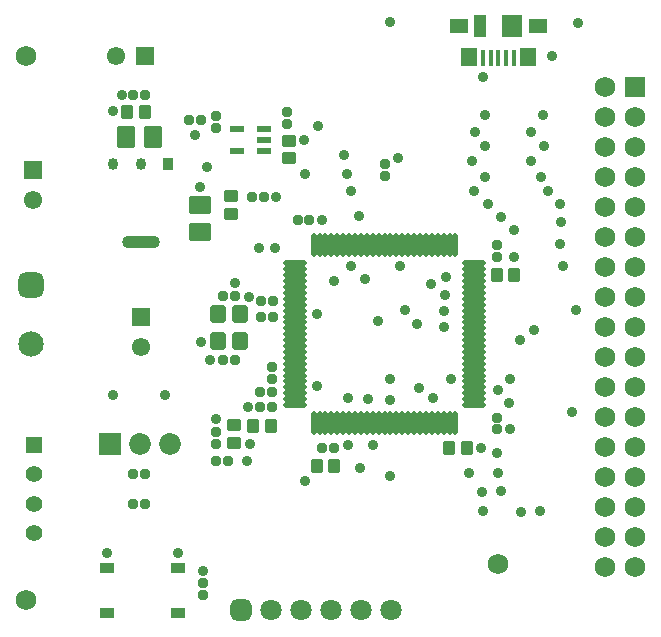
<source format=gbr>
%TF.GenerationSoftware,Altium Limited,Altium Designer,25.5.2 (35)*%
G04 Layer_Color=8388736*
%FSLAX45Y45*%
%MOMM*%
%TF.SameCoordinates,99CC5E96-0F24-47E5-947C-7A4A978C6F15*%
%TF.FilePolarity,Negative*%
%TF.FileFunction,Soldermask,Top*%
%TF.Part,Single*%
G01*
G75*
%TA.AperFunction,SMDPad,CuDef*%
%ADD19R,0.87213X1.00429*%
%ADD23R,1.20000X0.60000*%
%TA.AperFunction,ConnectorPad*%
%ADD24R,0.45000X1.38000*%
%TA.AperFunction,SMDPad,CuDef*%
G04:AMPARAMS|DCode=25|XSize=1.00429mm|YSize=0.87213mm|CornerRadius=0.43606mm|HoleSize=0mm|Usage=FLASHONLY|Rotation=270.000|XOffset=0mm|YOffset=0mm|HoleType=Round|Shape=RoundedRectangle|*
%AMROUNDEDRECTD25*
21,1,1.00429,0.00000,0,0,270.0*
21,1,0.13216,0.87213,0,0,270.0*
1,1,0.87213,0.00000,-0.06608*
1,1,0.87213,0.00000,0.06608*
1,1,0.87213,0.00000,0.06608*
1,1,0.87213,0.00000,-0.06608*
%
%ADD25ROUNDEDRECTD25*%
G04:AMPARAMS|DCode=26|XSize=1.00429mm|YSize=3.18213mm|CornerRadius=0.43687mm|HoleSize=0mm|Usage=FLASHONLY|Rotation=270.000|XOffset=0mm|YOffset=0mm|HoleType=Round|Shape=RoundedRectangle|*
%AMROUNDEDRECTD26*
21,1,1.00429,2.30840,0,0,270.0*
21,1,0.13056,3.18213,0,0,270.0*
1,1,0.87373,-1.15420,-0.06528*
1,1,0.87373,-1.15420,0.06528*
1,1,0.87373,1.15420,0.06528*
1,1,0.87373,1.15420,-0.06528*
%
%ADD26ROUNDEDRECTD26*%
%TA.AperFunction,ConnectorPad*%
%ADD27R,1.42500X1.55000*%
%ADD28R,1.00000X1.90000*%
%ADD29R,1.80000X1.90000*%
%ADD30R,1.65000X1.30000*%
%TA.AperFunction,ComponentPad*%
%ADD38C,1.85000*%
%ADD40C,1.55000*%
%ADD41R,1.55000X1.55000*%
%ADD44C,1.40000*%
%ADD45R,1.40000X1.40000*%
%ADD46R,1.55000X1.55000*%
%ADD47R,1.85000X1.85000*%
%TA.AperFunction,SMDPad,CuDef*%
%ADD54O,0.50320X2.00320*%
%ADD55O,2.00320X0.50320*%
G04:AMPARAMS|DCode=56|XSize=1.5032mm|YSize=1.3032mm|CornerRadius=0.1566mm|HoleSize=0mm|Usage=FLASHONLY|Rotation=270.000|XOffset=0mm|YOffset=0mm|HoleType=Round|Shape=RoundedRectangle|*
%AMROUNDEDRECTD56*
21,1,1.50320,0.99000,0,0,270.0*
21,1,1.19000,1.30320,0,0,270.0*
1,1,0.31320,-0.49500,-0.59500*
1,1,0.31320,-0.49500,0.59500*
1,1,0.31320,0.49500,0.59500*
1,1,0.31320,0.49500,-0.59500*
%
%ADD56ROUNDEDRECTD56*%
G04:AMPARAMS|DCode=57|XSize=0.8032mm|YSize=0.9032mm|CornerRadius=0.1766mm|HoleSize=0mm|Usage=FLASHONLY|Rotation=180.000|XOffset=0mm|YOffset=0mm|HoleType=Round|Shape=RoundedRectangle|*
%AMROUNDEDRECTD57*
21,1,0.80320,0.55000,0,0,180.0*
21,1,0.45000,0.90320,0,0,180.0*
1,1,0.35320,-0.22500,0.27500*
1,1,0.35320,0.22500,0.27500*
1,1,0.35320,0.22500,-0.27500*
1,1,0.35320,-0.22500,-0.27500*
%
%ADD57ROUNDEDRECTD57*%
%ADD58R,1.20320X0.95320*%
G04:AMPARAMS|DCode=59|XSize=0.8032mm|YSize=0.9032mm|CornerRadius=0.1766mm|HoleSize=0mm|Usage=FLASHONLY|Rotation=270.000|XOffset=0mm|YOffset=0mm|HoleType=Round|Shape=RoundedRectangle|*
%AMROUNDEDRECTD59*
21,1,0.80320,0.55000,0,0,270.0*
21,1,0.45000,0.90320,0,0,270.0*
1,1,0.35320,-0.27500,-0.22500*
1,1,0.35320,-0.27500,0.22500*
1,1,0.35320,0.27500,0.22500*
1,1,0.35320,0.27500,-0.22500*
%
%ADD59ROUNDEDRECTD59*%
G04:AMPARAMS|DCode=60|XSize=1.0032mm|YSize=1.2032mm|CornerRadius=0.2016mm|HoleSize=0mm|Usage=FLASHONLY|Rotation=90.000|XOffset=0mm|YOffset=0mm|HoleType=Round|Shape=RoundedRectangle|*
%AMROUNDEDRECTD60*
21,1,1.00320,0.80000,0,0,90.0*
21,1,0.60000,1.20320,0,0,90.0*
1,1,0.40320,0.40000,0.30000*
1,1,0.40320,0.40000,-0.30000*
1,1,0.40320,-0.40000,-0.30000*
1,1,0.40320,-0.40000,0.30000*
%
%ADD60ROUNDEDRECTD60*%
G04:AMPARAMS|DCode=61|XSize=1.0032mm|YSize=1.2032mm|CornerRadius=0.2016mm|HoleSize=0mm|Usage=FLASHONLY|Rotation=0.000|XOffset=0mm|YOffset=0mm|HoleType=Round|Shape=RoundedRectangle|*
%AMROUNDEDRECTD61*
21,1,1.00320,0.80000,0,0,0.0*
21,1,0.60000,1.20320,0,0,0.0*
1,1,0.40320,0.30000,-0.40000*
1,1,0.40320,-0.30000,-0.40000*
1,1,0.40320,-0.30000,0.40000*
1,1,0.40320,0.30000,0.40000*
%
%ADD61ROUNDEDRECTD61*%
G04:AMPARAMS|DCode=62|XSize=1.6032mm|YSize=1.9032mm|CornerRadius=0.2766mm|HoleSize=0mm|Usage=FLASHONLY|Rotation=180.000|XOffset=0mm|YOffset=0mm|HoleType=Round|Shape=RoundedRectangle|*
%AMROUNDEDRECTD62*
21,1,1.60320,1.35000,0,0,180.0*
21,1,1.05000,1.90320,0,0,180.0*
1,1,0.55320,-0.52500,0.67500*
1,1,0.55320,0.52500,0.67500*
1,1,0.55320,0.52500,-0.67500*
1,1,0.55320,-0.52500,-0.67500*
%
%ADD62ROUNDEDRECTD62*%
G04:AMPARAMS|DCode=63|XSize=1.6032mm|YSize=1.9032mm|CornerRadius=0.2766mm|HoleSize=0mm|Usage=FLASHONLY|Rotation=270.000|XOffset=0mm|YOffset=0mm|HoleType=Round|Shape=RoundedRectangle|*
%AMROUNDEDRECTD63*
21,1,1.60320,1.35000,0,0,270.0*
21,1,1.05000,1.90320,0,0,270.0*
1,1,0.55320,-0.67500,-0.52500*
1,1,0.55320,-0.67500,0.52500*
1,1,0.55320,0.67500,0.52500*
1,1,0.55320,0.67500,-0.52500*
%
%ADD63ROUNDEDRECTD63*%
%TA.AperFunction,ComponentPad*%
%ADD64C,1.80320*%
%TA.AperFunction,ViaPad*%
%ADD65C,1.72720*%
%TA.AperFunction,ComponentPad*%
G04:AMPARAMS|DCode=66|XSize=2.1532mm|YSize=2.1532mm|CornerRadius=0.5891mm|HoleSize=0mm|Usage=FLASHONLY|Rotation=270.000|XOffset=0mm|YOffset=0mm|HoleType=Round|Shape=RoundedRectangle|*
%AMROUNDEDRECTD66*
21,1,2.15320,0.97500,0,0,270.0*
21,1,0.97500,2.15320,0,0,270.0*
1,1,1.17820,-0.48750,-0.48750*
1,1,1.17820,-0.48750,0.48750*
1,1,1.17820,0.48750,0.48750*
1,1,1.17820,0.48750,-0.48750*
%
%ADD66ROUNDEDRECTD66*%
%ADD67C,1.75320*%
%ADD68R,1.75320X1.75320*%
G04:AMPARAMS|DCode=69|XSize=1.8032mm|YSize=1.8032mm|CornerRadius=0.5016mm|HoleSize=0mm|Usage=FLASHONLY|Rotation=0.000|XOffset=0mm|YOffset=0mm|HoleType=Round|Shape=RoundedRectangle|*
%AMROUNDEDRECTD69*
21,1,1.80320,0.80000,0,0,0.0*
21,1,0.80000,1.80320,0,0,0.0*
1,1,1.00320,0.40000,-0.40000*
1,1,1.00320,-0.40000,-0.40000*
1,1,1.00320,-0.40000,0.40000*
1,1,1.00320,0.40000,0.40000*
%
%ADD69ROUNDEDRECTD69*%
%ADD70C,2.15320*%
%TA.AperFunction,ViaPad*%
%ADD71C,0.90320*%
D19*
X7499000Y9489500D02*
D03*
D23*
X8315000Y9690000D02*
D03*
Y9595000D02*
D03*
Y9785000D02*
D03*
X8085000Y9595000D02*
D03*
Y9785000D02*
D03*
D24*
X10170000Y10389000D02*
D03*
X10365000D02*
D03*
X10300000D02*
D03*
X10430000D02*
D03*
X10235000D02*
D03*
D25*
X7270000Y9489500D02*
D03*
X7041000D02*
D03*
D26*
X7270000Y8830500D02*
D03*
D27*
X10051250Y10397500D02*
D03*
X10548750D02*
D03*
D28*
X10145000Y10655000D02*
D03*
D29*
X10415000D02*
D03*
D30*
X9962500D02*
D03*
X10637500D02*
D03*
D38*
X7520000Y7120000D02*
D03*
X7266000D02*
D03*
D40*
X7060000Y10400000D02*
D03*
X7270000Y7940000D02*
D03*
X6362500Y9185000D02*
D03*
D41*
X7270000Y8190000D02*
D03*
X6362500Y9435000D02*
D03*
D44*
X6370000Y6360000D02*
D03*
Y6610000D02*
D03*
Y6860000D02*
D03*
D45*
Y7110000D02*
D03*
D46*
X7310000Y10400000D02*
D03*
D47*
X7012000Y7120000D02*
D03*
D54*
X8836100Y8801100D02*
D03*
X8886100D02*
D03*
X8936100D02*
D03*
X9036100D02*
D03*
X9086100D02*
D03*
X9136100D02*
D03*
X9186100D02*
D03*
X9236100D02*
D03*
X9286100D02*
D03*
X9336100D02*
D03*
X9386100D02*
D03*
X9436100D02*
D03*
X9486100D02*
D03*
X9536100D02*
D03*
X9586100D02*
D03*
X9636100D02*
D03*
X9686100D02*
D03*
X9736100D02*
D03*
X9786100D02*
D03*
X9836100D02*
D03*
X9886100D02*
D03*
X9936100D02*
D03*
X9886100Y7291100D02*
D03*
X9836100D02*
D03*
X9786100D02*
D03*
X9736100D02*
D03*
X9686100D02*
D03*
X9636100D02*
D03*
X9586100D02*
D03*
X9536100D02*
D03*
X9486100D02*
D03*
X9436100D02*
D03*
X9386100D02*
D03*
X9336100D02*
D03*
X9286100D02*
D03*
X9236100D02*
D03*
X9186100D02*
D03*
X9136100D02*
D03*
X9086100D02*
D03*
X9036100D02*
D03*
X8986100D02*
D03*
X8936100D02*
D03*
X8886100D02*
D03*
X8736100D02*
D03*
X8836100D02*
D03*
X9936100D02*
D03*
X8736100Y8801100D02*
D03*
X8986100D02*
D03*
X8786100Y7291100D02*
D03*
Y8801100D02*
D03*
D55*
X10091100Y8546100D02*
D03*
Y8496100D02*
D03*
Y8446100D02*
D03*
Y8396100D02*
D03*
Y8346100D02*
D03*
Y8246100D02*
D03*
Y8196100D02*
D03*
Y8146100D02*
D03*
Y8096100D02*
D03*
Y8046100D02*
D03*
Y7996100D02*
D03*
Y7946100D02*
D03*
Y7896100D02*
D03*
Y7846100D02*
D03*
Y7796100D02*
D03*
Y7746100D02*
D03*
Y7696100D02*
D03*
Y7646100D02*
D03*
Y7596100D02*
D03*
Y7546100D02*
D03*
Y7496100D02*
D03*
Y7446100D02*
D03*
X8581100D02*
D03*
Y7496100D02*
D03*
Y7546100D02*
D03*
Y7596100D02*
D03*
Y7646100D02*
D03*
Y7796100D02*
D03*
Y7846100D02*
D03*
Y7896100D02*
D03*
Y7946100D02*
D03*
Y7996100D02*
D03*
Y8046100D02*
D03*
Y8246100D02*
D03*
Y8296100D02*
D03*
Y8346100D02*
D03*
Y8446100D02*
D03*
Y8496100D02*
D03*
Y8546100D02*
D03*
Y8596100D02*
D03*
Y8646100D02*
D03*
X10091100Y8296100D02*
D03*
X8581100Y8396100D02*
D03*
Y8146100D02*
D03*
Y7746100D02*
D03*
X10091100Y8646100D02*
D03*
X8581100Y8096100D02*
D03*
Y7696100D02*
D03*
Y8196100D02*
D03*
X10091100Y8596100D02*
D03*
D56*
X7925000Y8215000D02*
D03*
Y7985000D02*
D03*
X8115000Y8215000D02*
D03*
Y7985000D02*
D03*
D57*
X7970000Y8370000D02*
D03*
X8280000Y7430000D02*
D03*
Y7560000D02*
D03*
X7970000Y7830000D02*
D03*
X8290000Y8190000D02*
D03*
X7210000Y10070000D02*
D03*
X8290000Y8330000D02*
D03*
X8315000Y9210000D02*
D03*
X8810000Y7080000D02*
D03*
X8700000Y9010000D02*
D03*
X8070000Y8370000D02*
D03*
X8390000Y8190000D02*
D03*
Y8330000D02*
D03*
X8910000Y7080000D02*
D03*
X8600000Y9010000D02*
D03*
X7310000Y6860000D02*
D03*
X7210000D02*
D03*
Y6610000D02*
D03*
X8380000Y7560000D02*
D03*
X7910000Y6970000D02*
D03*
X8010000D02*
D03*
X8070000Y7830000D02*
D03*
X7310000Y6610000D02*
D03*
X7680000Y9860000D02*
D03*
X8380000Y7430000D02*
D03*
X7310000Y10070000D02*
D03*
X7780000Y9860000D02*
D03*
X8215000Y9210000D02*
D03*
D58*
X7590000Y5690000D02*
D03*
X6990000D02*
D03*
X7590000Y6065000D02*
D03*
X6990000D02*
D03*
D59*
X7800000Y5840000D02*
D03*
Y5940000D02*
D03*
X7910000Y7220000D02*
D03*
X8380000Y7670000D02*
D03*
X10290000Y7240000D02*
D03*
Y8700000D02*
D03*
X9340000Y9490000D02*
D03*
X8380000Y7770000D02*
D03*
X7910000Y9890000D02*
D03*
X8510000Y9930000D02*
D03*
X10290000Y8800000D02*
D03*
Y7340000D02*
D03*
X7910000Y7120000D02*
D03*
X9340000Y9390000D02*
D03*
X8510000Y9830000D02*
D03*
X7910000Y9790000D02*
D03*
D60*
X8060000Y7125000D02*
D03*
X8530000Y9685000D02*
D03*
X8060000Y7275000D02*
D03*
X8040000Y9065000D02*
D03*
X8530000Y9535000D02*
D03*
X8040000Y9215000D02*
D03*
D61*
X7155000Y9930000D02*
D03*
X8760000Y6930000D02*
D03*
X10035000Y7080000D02*
D03*
X10435000Y8550000D02*
D03*
X8225000Y7270000D02*
D03*
X8910000Y6930000D02*
D03*
X10285000Y8550000D02*
D03*
X8375000Y7270000D02*
D03*
X9885000Y7080000D02*
D03*
X7305000Y9930000D02*
D03*
D62*
X7374300Y9720000D02*
D03*
X7145700D02*
D03*
D63*
X7770000Y9144300D02*
D03*
Y8915700D02*
D03*
D64*
X8886000Y5710000D02*
D03*
X8378000D02*
D03*
X9394000D02*
D03*
X8632000D02*
D03*
X9140000D02*
D03*
D65*
X6300000Y10400000D02*
D03*
Y5800000D02*
D03*
X10300000Y6100000D02*
D03*
D66*
X6344998Y8460000D02*
D03*
D67*
X11460000Y9122000D02*
D03*
X11206000D02*
D03*
Y10138000D02*
D03*
Y8106000D02*
D03*
Y7344000D02*
D03*
Y7852000D02*
D03*
X11460000Y8106000D02*
D03*
Y7344000D02*
D03*
X11206000Y6582000D02*
D03*
X11460000Y8360000D02*
D03*
Y7852000D02*
D03*
X11206000Y6074000D02*
D03*
X11460000D02*
D03*
Y8868000D02*
D03*
Y7598000D02*
D03*
Y6328000D02*
D03*
X11206000D02*
D03*
Y7598000D02*
D03*
Y8868000D02*
D03*
X11460000Y6836000D02*
D03*
Y8614000D02*
D03*
Y9884000D02*
D03*
Y9376000D02*
D03*
X11206000Y9884000D02*
D03*
X11460000Y9630000D02*
D03*
X11206000Y6836000D02*
D03*
X11460000Y7090000D02*
D03*
X11206000Y9376000D02*
D03*
X11460000Y6582000D02*
D03*
X11206000Y7090000D02*
D03*
Y8360000D02*
D03*
Y9630000D02*
D03*
Y8614000D02*
D03*
D68*
X11460000Y10138000D02*
D03*
D69*
X8124000Y5710000D02*
D03*
D70*
X6344998Y7960001D02*
D03*
D71*
X10820000Y8810000D02*
D03*
X10830000Y9000000D02*
D03*
X10820000Y9150000D02*
D03*
X10430000Y8930000D02*
D03*
X10720000Y9260000D02*
D03*
X10660000Y9380000D02*
D03*
X10580000Y9510000D02*
D03*
X10690000Y9640000D02*
D03*
X10210000Y9150000D02*
D03*
X10320000Y9040000D02*
D03*
X10580000Y9760000D02*
D03*
X10680000Y9900000D02*
D03*
X10850000Y8620000D02*
D03*
X10960000Y8250000D02*
D03*
X10090000Y9260000D02*
D03*
X10190000Y9380000D02*
D03*
Y9640000D02*
D03*
X10100000Y9760000D02*
D03*
X10190000Y9900000D02*
D03*
X10080000Y9510000D02*
D03*
X10430000Y8700000D02*
D03*
X10750000Y10400000D02*
D03*
X10170000Y10220000D02*
D03*
X10150000Y7080000D02*
D03*
X8070000Y8480000D02*
D03*
X10400000Y7240000D02*
D03*
X9610000Y8130000D02*
D03*
X9850000Y8380000D02*
D03*
X9240000Y7110000D02*
D03*
X9200000Y7500000D02*
D03*
X7480000Y7530000D02*
D03*
X7040000D02*
D03*
X6990000Y6190000D02*
D03*
X7590000D02*
D03*
X7800000Y6040000D02*
D03*
X7780000Y7980000D02*
D03*
X7860000Y7830000D02*
D03*
X8180000Y7430000D02*
D03*
X8200000Y7120000D02*
D03*
X7770000Y9290000D02*
D03*
X7040000Y9940000D02*
D03*
X7110000Y10070000D02*
D03*
X8190000Y8360000D02*
D03*
X8415000Y9210000D02*
D03*
X8766100Y7610000D02*
D03*
X8760000Y8220000D02*
D03*
X8810000Y9010000D02*
D03*
X8650000Y9690000D02*
D03*
X9450000Y9540000D02*
D03*
X8663827Y6803827D02*
D03*
X7910000Y7330000D02*
D03*
X9380000Y10690000D02*
D03*
X10970000Y10680000D02*
D03*
X9860000Y8530000D02*
D03*
X9170000Y8510000D02*
D03*
X10920000Y7390000D02*
D03*
X9510000Y8250000D02*
D03*
X9730000Y8470000D02*
D03*
X9030000Y7510000D02*
D03*
Y7110000D02*
D03*
X9840000Y8110000D02*
D03*
X9020000Y9400000D02*
D03*
X8410000Y8780000D02*
D03*
X9630000Y7590000D02*
D03*
X10300000Y7570000D02*
D03*
X10490000Y6540000D02*
D03*
X10480000Y8000000D02*
D03*
X10170000Y6550000D02*
D03*
X10320000Y6720000D02*
D03*
X9050000Y8620000D02*
D03*
X9120000Y9050000D02*
D03*
X10600000Y8080000D02*
D03*
X10650000Y6550000D02*
D03*
X9750000Y7510000D02*
D03*
X10390000Y7460000D02*
D03*
X10050000Y6870000D02*
D03*
X10290000Y7040000D02*
D03*
X9380000Y7490000D02*
D03*
Y7670000D02*
D03*
Y6850000D02*
D03*
X9280000Y8160000D02*
D03*
X8270000Y8780000D02*
D03*
X8990000Y9560000D02*
D03*
X9840000Y8240000D02*
D03*
X9900000Y7670000D02*
D03*
X10400000D02*
D03*
X8910000Y8500000D02*
D03*
X9050000Y9260000D02*
D03*
X9470000Y8620000D02*
D03*
X10160000Y6710000D02*
D03*
X10300000Y6870000D02*
D03*
X8170000Y6970000D02*
D03*
X9130000Y6910000D02*
D03*
X8770000Y9810000D02*
D03*
X7730000Y9730000D02*
D03*
X7830000Y9460000D02*
D03*
X8660000Y9400000D02*
D03*
%TF.MD5,aaa888703f72d65e434689645277670b*%
M02*

</source>
